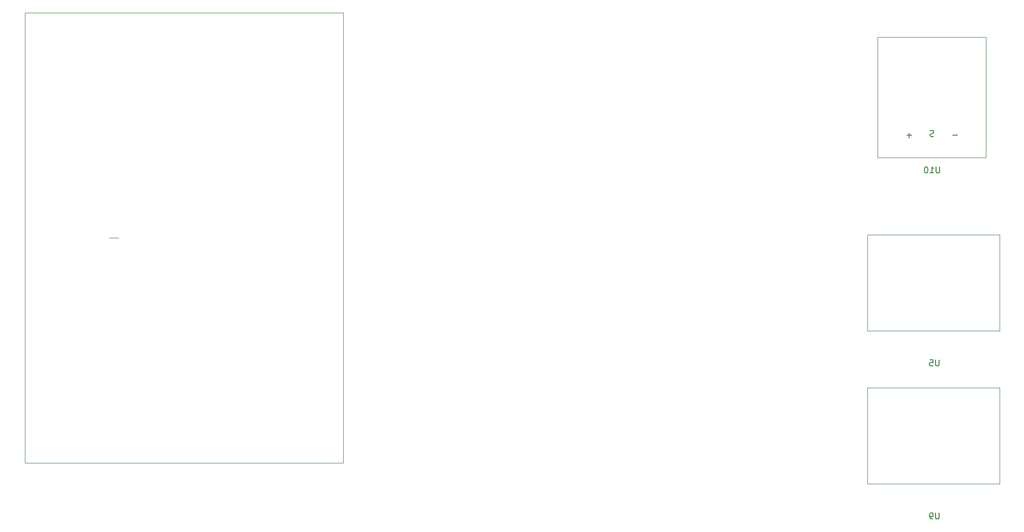
<source format=gbr>
G04 #@! TF.GenerationSoftware,KiCad,Pcbnew,(5.1.4)-1*
G04 #@! TF.CreationDate,2019-11-18T18:48:45+01:00*
G04 #@! TF.ProjectId,upuaut_2Nils,75707561-7574-45f3-924e-696c732e6b69,rev?*
G04 #@! TF.SameCoordinates,Original*
G04 #@! TF.FileFunction,Legend,Bot*
G04 #@! TF.FilePolarity,Positive*
%FSLAX46Y46*%
G04 Gerber Fmt 4.6, Leading zero omitted, Abs format (unit mm)*
G04 Created by KiCad (PCBNEW (5.1.4)-1) date 2019-11-18 18:48:45*
%MOMM*%
%LPD*%
G04 APERTURE LIST*
%ADD10C,0.120000*%
%ADD11C,0.150000*%
G04 APERTURE END LIST*
D10*
X204250000Y-93450000D02*
X226250000Y-93450000D01*
X204250000Y-109450000D02*
X204250000Y-93450000D01*
X226250000Y-109450000D02*
X204250000Y-109450000D01*
X226250000Y-93450000D02*
X226250000Y-109450000D01*
X206000000Y-60550000D02*
X224000000Y-60550000D01*
X224000000Y-60550000D02*
X224000000Y-80606000D01*
X206000000Y-60550000D02*
X206000000Y-80606000D01*
X206000000Y-80606000D02*
X224000000Y-80606000D01*
X204250000Y-118950000D02*
X226250000Y-118950000D01*
X204250000Y-134950000D02*
X204250000Y-118950000D01*
X226250000Y-134950000D02*
X204250000Y-134950000D01*
X226250000Y-118950000D02*
X226250000Y-134950000D01*
X116950000Y-131500000D02*
X63950000Y-131500000D01*
X116950000Y-56500000D02*
X63950000Y-56500000D01*
X78004000Y-94000000D02*
X79528000Y-94000000D01*
X63950000Y-56500000D02*
X63950000Y-131500000D01*
X116950000Y-56500000D02*
X116950000Y-131500000D01*
D11*
X216211904Y-114302380D02*
X216211904Y-115111904D01*
X216164285Y-115207142D01*
X216116666Y-115254761D01*
X216021428Y-115302380D01*
X215830952Y-115302380D01*
X215735714Y-115254761D01*
X215688095Y-115207142D01*
X215640476Y-115111904D01*
X215640476Y-114302380D01*
X214688095Y-114302380D02*
X215164285Y-114302380D01*
X215211904Y-114778571D01*
X215164285Y-114730952D01*
X215069047Y-114683333D01*
X214830952Y-114683333D01*
X214735714Y-114730952D01*
X214688095Y-114778571D01*
X214640476Y-114873809D01*
X214640476Y-115111904D01*
X214688095Y-115207142D01*
X214735714Y-115254761D01*
X214830952Y-115302380D01*
X215069047Y-115302380D01*
X215164285Y-115254761D01*
X215211904Y-115207142D01*
X216278095Y-82148380D02*
X216278095Y-82957904D01*
X216230476Y-83053142D01*
X216182857Y-83100761D01*
X216087619Y-83148380D01*
X215897142Y-83148380D01*
X215801904Y-83100761D01*
X215754285Y-83053142D01*
X215706666Y-82957904D01*
X215706666Y-82148380D01*
X214706666Y-83148380D02*
X215278095Y-83148380D01*
X214992380Y-83148380D02*
X214992380Y-82148380D01*
X215087619Y-82291238D01*
X215182857Y-82386476D01*
X215278095Y-82434095D01*
X214087619Y-82148380D02*
X213992380Y-82148380D01*
X213897142Y-82196000D01*
X213849523Y-82243619D01*
X213801904Y-82338857D01*
X213754285Y-82529333D01*
X213754285Y-82767428D01*
X213801904Y-82957904D01*
X213849523Y-83053142D01*
X213897142Y-83100761D01*
X213992380Y-83148380D01*
X214087619Y-83148380D01*
X214182857Y-83100761D01*
X214230476Y-83053142D01*
X214278095Y-82957904D01*
X214325714Y-82767428D01*
X214325714Y-82529333D01*
X214278095Y-82338857D01*
X214230476Y-82243619D01*
X214182857Y-82196000D01*
X214087619Y-82148380D01*
X219220952Y-76867428D02*
X218459047Y-76867428D01*
X215295714Y-77040761D02*
X215152857Y-77088380D01*
X214914761Y-77088380D01*
X214819523Y-77040761D01*
X214771904Y-76993142D01*
X214724285Y-76897904D01*
X214724285Y-76802666D01*
X214771904Y-76707428D01*
X214819523Y-76659809D01*
X214914761Y-76612190D01*
X215105238Y-76564571D01*
X215200476Y-76516952D01*
X215248095Y-76469333D01*
X215295714Y-76374095D01*
X215295714Y-76278857D01*
X215248095Y-76183619D01*
X215200476Y-76136000D01*
X215105238Y-76088380D01*
X214867142Y-76088380D01*
X214724285Y-76136000D01*
X211610952Y-76887428D02*
X210849047Y-76887428D01*
X211230000Y-77268380D02*
X211230000Y-76506476D01*
X216211904Y-139802380D02*
X216211904Y-140611904D01*
X216164285Y-140707142D01*
X216116666Y-140754761D01*
X216021428Y-140802380D01*
X215830952Y-140802380D01*
X215735714Y-140754761D01*
X215688095Y-140707142D01*
X215640476Y-140611904D01*
X215640476Y-139802380D01*
X215116666Y-140802380D02*
X214926190Y-140802380D01*
X214830952Y-140754761D01*
X214783333Y-140707142D01*
X214688095Y-140564285D01*
X214640476Y-140373809D01*
X214640476Y-139992857D01*
X214688095Y-139897619D01*
X214735714Y-139850000D01*
X214830952Y-139802380D01*
X215021428Y-139802380D01*
X215116666Y-139850000D01*
X215164285Y-139897619D01*
X215211904Y-139992857D01*
X215211904Y-140230952D01*
X215164285Y-140326190D01*
X215116666Y-140373809D01*
X215021428Y-140421428D01*
X214830952Y-140421428D01*
X214735714Y-140373809D01*
X214688095Y-140326190D01*
X214640476Y-140230952D01*
M02*

</source>
